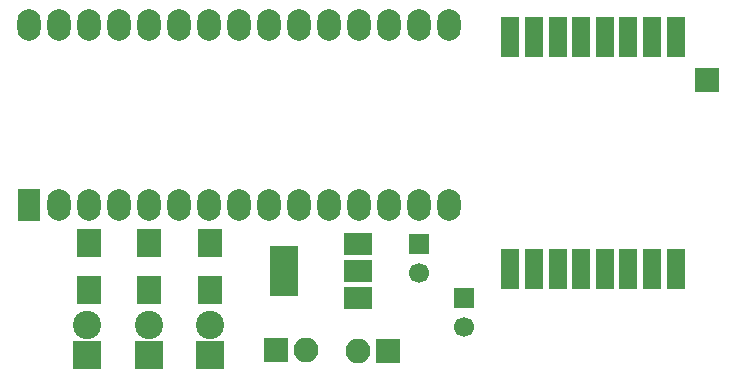
<source format=gts>
G04 #@! TF.FileFunction,Soldermask,Top*
%FSLAX46Y46*%
G04 Gerber Fmt 4.6, Leading zero omitted, Abs format (unit mm)*
G04 Created by KiCad (PCBNEW 4.0.5-e0-6337~49~ubuntu16.04.1) date Wed Jan 18 11:42:35 2017*
%MOMM*%
%LPD*%
G01*
G04 APERTURE LIST*
%ADD10C,0.100000*%
%ADD11R,1.600000X3.400000*%
%ADD12R,1.700000X1.700000*%
%ADD13C,1.700000*%
%ADD14R,2.400000X2.400000*%
%ADD15C,2.400000*%
%ADD16R,2.100000X2.100000*%
%ADD17R,2.100000X2.400000*%
%ADD18R,2.400000X4.200000*%
%ADD19R,2.400000X1.900000*%
%ADD20R,1.974800X2.686000*%
%ADD21O,1.974800X2.686000*%
%ADD22O,2.100000X2.100000*%
G04 APERTURE END LIST*
D10*
D11*
X170180000Y-118113000D03*
X172180000Y-118113000D03*
X174180000Y-118113000D03*
X176180000Y-118113000D03*
X178180000Y-118113000D03*
X180180000Y-118113000D03*
X182180000Y-118113000D03*
X184180000Y-118113000D03*
X184180000Y-98413000D03*
X182180000Y-98413000D03*
X180180000Y-98413000D03*
X178180000Y-98413000D03*
X176180000Y-98413000D03*
X174180000Y-98413000D03*
X172180000Y-98413000D03*
X170180000Y-98413000D03*
D12*
X162433000Y-115951000D03*
D13*
X162433000Y-118451000D03*
D12*
X166243000Y-120523000D03*
D13*
X166243000Y-123023000D03*
D14*
X134366000Y-125349000D03*
D15*
X134366000Y-122809000D03*
D14*
X139573000Y-125349000D03*
D15*
X139573000Y-122809000D03*
D14*
X144780000Y-125349000D03*
D15*
X144780000Y-122809000D03*
D16*
X186817000Y-102108000D03*
D17*
X134493000Y-119856000D03*
X134493000Y-115856000D03*
X139573000Y-119856000D03*
X139573000Y-115856000D03*
X144780000Y-119856000D03*
X144780000Y-115856000D03*
D18*
X151028000Y-118237000D03*
D19*
X157328000Y-118237000D03*
X157328000Y-115937000D03*
X157328000Y-120537000D03*
D20*
X129451100Y-112623600D03*
D21*
X131991100Y-112623600D03*
X134531100Y-112623600D03*
X137071100Y-112623600D03*
X139611100Y-112623600D03*
X142151100Y-112623600D03*
X144691100Y-112623600D03*
X147231100Y-112623600D03*
X149771100Y-112623600D03*
X152311100Y-112623600D03*
X154851100Y-112623600D03*
X157391100Y-112623600D03*
X159931100Y-112623600D03*
X162471100Y-112623600D03*
X165011100Y-112623600D03*
X165011100Y-97383600D03*
X162471100Y-97383600D03*
X159931100Y-97383600D03*
X157391100Y-97383600D03*
X154851100Y-97383600D03*
X152311100Y-97383600D03*
X149771100Y-97383600D03*
X147231100Y-97383600D03*
X144691100Y-97383600D03*
X142151100Y-97383600D03*
X139611100Y-97383600D03*
X137071100Y-97383600D03*
X134531100Y-97383600D03*
X131991100Y-97383600D03*
X129451100Y-97383600D03*
D16*
X150368000Y-124968000D03*
D22*
X152908000Y-124968000D03*
D16*
X159816800Y-125018800D03*
D22*
X157276800Y-125018800D03*
M02*

</source>
